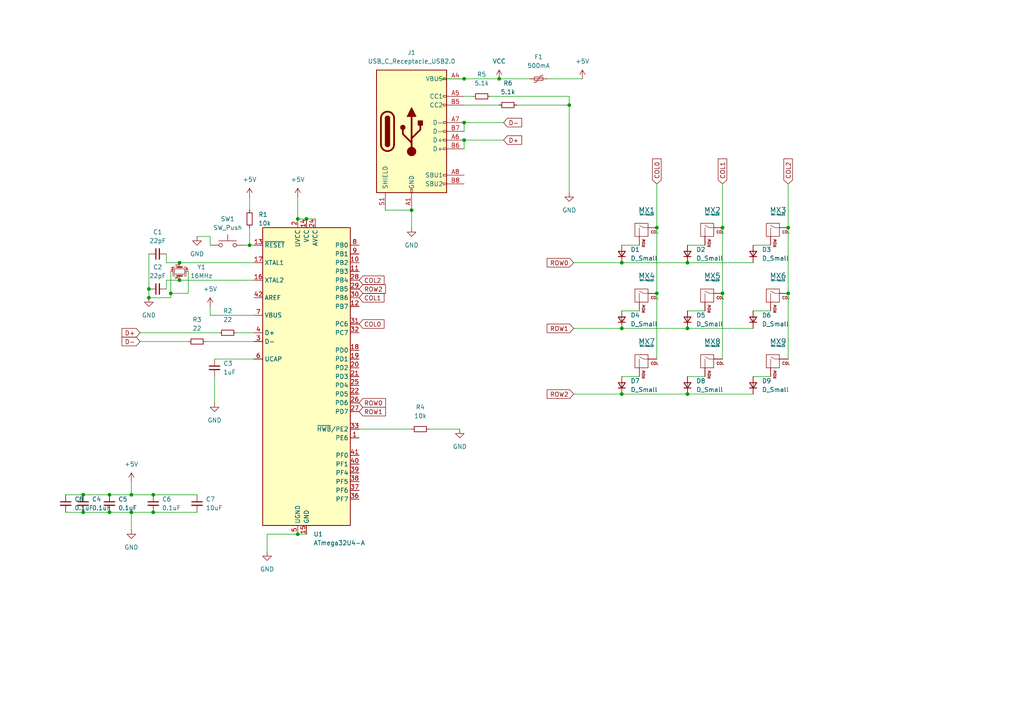
<source format=kicad_sch>
(kicad_sch (version 20211123) (generator eeschema)
  (paper "A4")
  (lib_symbols
    (symbol "Device:C_Small" (pin_numbers hide) (pin_names (offset 0.254) hide)
      (property "Reference" "C" (at 0.254 1.778 0))
      (property "Value" "C_Small" (at 0.254 -2.032 0))
      (symbol "C_Small_0_1"
        (polyline (pts (xy -1.524 -0.508) (xy 1.524 -0.508)) (stroke (width 0.3302)))
        (polyline (pts (xy -1.524 0.508) (xy 1.524 0.508)) (stroke (width 0.3048)))
      )
      (symbol "C_Small_1_1"
        (pin passive line (at 0 2.54 270) (length 2.032) (name "~") (number "1"))
        (pin passive line (at 0 -2.54 90) (length 2.032) (name "~") (number "2"))
      )
    )
    (symbol "Device:Crystal_GND24_Small" (pin_names (offset 1.016) hide)
      (property "Reference" "Y" (at 1.27 4.445 0))
      (property "Value" "Crystal_GND24_Small" (at 1.27 2.54 0))
      (symbol "Crystal_GND24_Small_0_1"
        (rectangle (start -0.762 -1.524) (end 0.762 1.524))
        (polyline (pts (xy -1.27 -0.762) (xy -1.27 0.762)) (stroke (width 0.381)))
        (polyline (pts (xy 1.27 -0.762) (xy 1.27 0.762)) (stroke (width 0.381)))
        (polyline (pts (xy -1.27 -1.27) (xy -1.27 -1.905) (xy 1.27 -1.905) (xy 1.27 -1.27)))
        (polyline (pts (xy -1.27 1.27) (xy -1.27 1.905) (xy 1.27 1.905) (xy 1.27 1.27)))
      )
      (symbol "Crystal_GND24_Small_1_1"
        (pin passive line (at -2.54 0 0) (length 1.27) (name "1") (number "1"))
        (pin passive line (at 0 -2.54 90) (length 0.635) (name "2") (number "2"))
        (pin passive line (at 2.54 0 180) (length 1.27) (name "3") (number "3"))
        (pin passive line (at 0 2.54 270) (length 0.635) (name "4") (number "4"))
      )
    )
    (symbol "Device:D_Small" (pin_numbers hide) (pin_names (offset 0.254) hide)
      (property "Reference" "D" (at -1.27 2.032 0))
      (property "Value" "D_Small" (at -3.81 -2.032 0))
      (symbol "D_Small_0_1"
        (polyline (pts (xy -0.762 -1.016) (xy -0.762 1.016)) (stroke (width 0.254)))
        (polyline (pts (xy -0.762 0) (xy 0.762 0)))
        (polyline (pts (xy 0.762 -1.016) (xy -0.762 0) (xy 0.762 1.016) (xy 0.762 -1.016)) (stroke (width 0.254)))
      )
      (symbol "D_Small_1_1"
        (pin passive line (at -2.54 0 0) (length 1.778) (name "K") (number "1"))
        (pin passive line (at 2.54 0 180) (length 1.778) (name "A") (number "2"))
      )
    )
    (symbol "Device:Polyfuse_Small" (pin_numbers hide) (pin_names (offset 0))
      (property "Reference" "F" (at -1.905 0 90))
      (property "Value" "Polyfuse_Small" (at 1.905 0 90))
      (symbol "Polyfuse_Small_0_1"
        (rectangle (start -0.508 1.27) (end 0.508 -1.27))
        (polyline (pts (xy 0 2.54) (xy 0 -2.54)))
        (polyline (pts (xy -1.016 1.27) (xy -1.016 0.762) (xy 1.016 -0.762) (xy 1.016 -1.27)))
      )
      (symbol "Polyfuse_Small_1_1"
        (pin passive line (at 0 2.54 270) (length 0.635) (name "~") (number "1"))
        (pin passive line (at 0 -2.54 90) (length 0.635) (name "~") (number "2"))
      )
    )
    (symbol "Device:R_Small" (pin_numbers hide) (pin_names (offset 0.254) hide)
      (property "Reference" "R" (at 0.762 0.508 0))
      (property "Value" "R_Small" (at 0.762 -1.016 0))
      (symbol "R_Small_0_1"
        (rectangle (start -0.762 1.778) (end 0.762 -1.778) (stroke (width 0.2032)))
      )
      (symbol "R_Small_1_1"
        (pin passive line (at 0 2.54 270) (length 0.762) (name "~") (number "1"))
        (pin passive line (at 0 -2.54 90) (length 0.762) (name "~") (number "2"))
      )
    )
    (symbol "MCU_Microchip_ATmega:ATmega32U4-A"
      (property "Reference" "U" (at -12.7 44.45 0))
      (property "Value" "ATmega32U4-A" (at 2.54 -44.45 0))
      (symbol "ATmega32U4-A_0_1"
        (rectangle (start -12.7 -43.18) (end 12.7 43.18) (stroke (width 0.254)) (fill (type background)))
      )
      (symbol "ATmega32U4-A_1_1"
        (pin bidirectional line (at 15.24 -17.78 180) (length 2.54) (name "PE6") (number "1"))
        (pin bidirectional line (at 15.24 33.02 180) (length 2.54) (name "PB2") (number "10"))
        (pin bidirectional line (at 15.24 30.48 180) (length 2.54) (name "PB3") (number "11"))
        (pin bidirectional line (at 15.24 20.32 180) (length 2.54) (name "PB7") (number "12"))
        (pin input line (at -15.24 38.1 0) (length 2.54) (name "~{RESET}") (number "13"))
        (pin power_in line (at 0 45.72 270) (length 2.54) (name "VCC") (number "14"))
        (pin power_in line (at 0 -45.72 90) (length 2.54) (name "GND") (number "15"))
        (pin output line (at -15.24 27.94 0) (length 2.54) (name "XTAL2") (number "16"))
        (pin input line (at -15.24 33.02 0) (length 2.54) (name "XTAL1") (number "17"))
        (pin bidirectional line (at 15.24 7.62 180) (length 2.54) (name "PD0") (number "18"))
        (pin bidirectional line (at 15.24 5.08 180) (length 2.54) (name "PD1") (number "19"))
        (pin power_in line (at -2.54 45.72 270) (length 2.54) (name "UVCC") (number "2"))
        (pin bidirectional line (at 15.24 2.54 180) (length 2.54) (name "PD2") (number "20"))
        (pin bidirectional line (at 15.24 0 180) (length 2.54) (name "PD3") (number "21"))
        (pin bidirectional line (at 15.24 -5.08 180) (length 2.54) (name "PD5") (number "22"))
        (pin passive line (at 0 -45.72 90) (length 2.54) hide (name "GND") (number "23"))
        (pin power_in line (at 2.54 45.72 270) (length 2.54) (name "AVCC") (number "24"))
        (pin bidirectional line (at 15.24 -2.54 180) (length 2.54) (name "PD4") (number "25"))
        (pin bidirectional line (at 15.24 -7.62 180) (length 2.54) (name "PD6") (number "26"))
        (pin bidirectional line (at 15.24 -10.16 180) (length 2.54) (name "PD7") (number "27"))
        (pin bidirectional line (at 15.24 27.94 180) (length 2.54) (name "PB4") (number "28"))
        (pin bidirectional line (at 15.24 25.4 180) (length 2.54) (name "PB5") (number "29"))
        (pin bidirectional line (at -15.24 10.16 0) (length 2.54) (name "D-") (number "3"))
        (pin bidirectional line (at 15.24 22.86 180) (length 2.54) (name "PB6") (number "30"))
        (pin bidirectional line (at 15.24 15.24 180) (length 2.54) (name "PC6") (number "31"))
        (pin bidirectional line (at 15.24 12.7 180) (length 2.54) (name "PC7") (number "32"))
        (pin bidirectional line (at 15.24 -15.24 180) (length 2.54) (name "~{HWB}/PE2") (number "33"))
        (pin passive line (at 0 45.72 270) (length 2.54) hide (name "VCC") (number "34"))
        (pin passive line (at 0 -45.72 90) (length 2.54) hide (name "GND") (number "35"))
        (pin bidirectional line (at 15.24 -35.56 180) (length 2.54) (name "PF7") (number "36"))
        (pin bidirectional line (at 15.24 -33.02 180) (length 2.54) (name "PF6") (number "37"))
        (pin bidirectional line (at 15.24 -30.48 180) (length 2.54) (name "PF5") (number "38"))
        (pin bidirectional line (at 15.24 -27.94 180) (length 2.54) (name "PF4") (number "39"))
        (pin bidirectional line (at -15.24 12.7 0) (length 2.54) (name "D+") (number "4"))
        (pin bidirectional line (at 15.24 -25.4 180) (length 2.54) (name "PF1") (number "40"))
        (pin bidirectional line (at 15.24 -22.86 180) (length 2.54) (name "PF0") (number "41"))
        (pin passive line (at -15.24 22.86 0) (length 2.54) (name "AREF") (number "42"))
        (pin passive line (at 0 -45.72 90) (length 2.54) hide (name "GND") (number "43"))
        (pin passive line (at 2.54 45.72 270) (length 2.54) hide (name "AVCC") (number "44"))
        (pin passive line (at -2.54 -45.72 90) (length 2.54) (name "UGND") (number "5"))
        (pin passive line (at -15.24 5.08 0) (length 2.54) (name "UCAP") (number "6"))
        (pin input line (at -15.24 17.78 0) (length 2.54) (name "VBUS") (number "7"))
        (pin bidirectional line (at 15.24 38.1 180) (length 2.54) (name "PB0") (number "8"))
        (pin bidirectional line (at 15.24 35.56 180) (length 2.54) (name "PB1") (number "9"))
      )
    )
    (symbol "MX_Alps_Hybrid:MX-NoLED" (pin_names (offset 1.016))
      (property "Reference" "MX" (at -0.635 3.81 0))
      (property "Value" "MX-NoLED" (at -0.635 1.27 0))
      (symbol "MX-NoLED_0_0"
        (rectangle (start -2.54 2.54) (end 1.27 -1.27))
        (polyline (pts (xy -1.27 -1.27) (xy -1.27 1.27)) (stroke (width 0.127)))
        (polyline (pts (xy 1.27 1.27) (xy 0 1.27) (xy -1.27 1.905)) (stroke (width 0.127)))
        (text "COL" (at 3.175 0 0) (effects (font (size 0.762 0.762))))
        (text "ROW" (at 0 -1.905 900) (effects (font (size 0.762 0.762)) (justify right)))
      )
      (symbol "MX-NoLED_1_1"
        (pin passive line (at 3.81 1.27 180) (length 2.54) (name "COL") (number "1"))
        (pin passive line (at -1.27 -3.81 90) (length 2.54) (name "ROW") (number "2"))
      )
    )
    (symbol "Switch:SW_Push" (pin_numbers hide) (pin_names (offset 1.016) hide)
      (property "Reference" "SW" (at 1.27 2.54 0))
      (property "Value" "SW_Push" (at 0 -1.524 0))
      (symbol "SW_Push_0_1"
        (circle (center -2.032 0) (radius 0.508))
        (polyline (pts (xy 0 1.27) (xy 0 3.048)))
        (polyline (pts (xy 2.54 1.27) (xy -2.54 1.27)))
        (circle (center 2.032 0) (radius 0.508))
        (pin passive line (at -5.08 0 0) (length 2.54) (name "1") (number "1"))
        (pin passive line (at 5.08 0 180) (length 2.54) (name "2") (number "2"))
      )
    )
    (symbol "device:R_Small" (pin_numbers hide) (pin_names (offset 0.254) hide)
      (property "Reference" "R" (at 0.762 0.508 0))
      (property "Value" "R_Small" (at 0.762 -1.016 0))
      (symbol "R_Small_0_1"
        (rectangle (start -0.762 1.778) (end 0.762 -1.778) (stroke (width 0.2032)))
      )
      (symbol "R_Small_1_1"
        (pin passive line (at 0 2.54 270) (length 0.762) (name "~") (number "1"))
        (pin passive line (at 0 -2.54 90) (length 0.762) (name "~") (number "2"))
      )
    )
    (symbol "power:+5V" (power) (pin_names (offset 0))
      (property "Value" "+5V" (at 0 3.556 0))
      (symbol "+5V_0_1"
        (polyline (pts (xy -0.762 1.27) (xy 0 2.54)))
        (polyline (pts (xy 0 0) (xy 0 2.54)))
        (polyline (pts (xy 0 2.54) (xy 0.762 1.27)))
      )
      (symbol "+5V_1_1"
        (pin power_in line (at 0 0 90) (length 0) hide (name "+5V") (number "1"))
      )
    )
    (symbol "power:GND" (power) (pin_names (offset 0))
      (property "Value" "GND" (at 0 -3.81 0))
      (symbol "GND_0_1"
        (polyline (pts (xy 0 0) (xy 0 -1.27) (xy 1.27 -1.27) (xy 0 -2.54) (xy -1.27 -1.27) (xy 0 -1.27)))
      )
      (symbol "GND_1_1"
        (pin power_in line (at 0 0 270) (length 0) hide (name "GND") (number "1"))
      )
    )
    (symbol "power:VCC" (power) (pin_names (offset 0))
      (property "Value" "VCC" (at 0 3.81 0))
      (symbol "VCC_0_1"
        (polyline (pts (xy -0.762 1.27) (xy 0 2.54)))
        (polyline (pts (xy 0 0) (xy 0 2.54)))
        (polyline (pts (xy 0 2.54) (xy 0.762 1.27)))
      )
      (symbol "VCC_1_1"
        (pin power_in line (at 0 0 90) (length 0) hide (name "VCC") (number "1"))
      )
    )
    (symbol "symbols:USB_C_Receptacle_USB2.0" (pin_names (offset 1.016))
      (property "Reference" "J" (at -10.16 19.05 0))
      (property "Value" "USB_C_Receptacle_USB2.0" (at 19.05 19.05 0))
      (symbol "USB_C_Receptacle_USB2.0_0_0"
        (rectangle (start -0.254 -17.78) (end 0.254 -16.764))
        (rectangle (start 10.16 -14.986) (end 9.144 -15.494))
        (rectangle (start 10.16 -12.446) (end 9.144 -12.954))
        (rectangle (start 10.16 -4.826) (end 9.144 -5.334))
        (rectangle (start 10.16 -2.286) (end 9.144 -2.794))
        (rectangle (start 10.16 0.254) (end 9.144 -0.254))
        (rectangle (start 10.16 2.794) (end 9.144 2.286))
        (rectangle (start 10.16 7.874) (end 9.144 7.366))
        (rectangle (start 10.16 10.414) (end 9.144 9.906))
        (rectangle (start 10.16 15.494) (end 9.144 14.986))
      )
      (symbol "USB_C_Receptacle_USB2.0_0_1"
        (rectangle (start -10.16 17.78) (end 10.16 -17.78) (stroke (width 0.254)) (fill (type background)))
        (arc (start -8.89 -3.81) (mid -6.985 -5.715) (end -5.08 -3.81) (stroke (width 0.508)))
        (arc (start -7.62 -3.81) (mid -6.985 -4.445) (end -6.35 -3.81) (stroke (width 0.254)))
        (arc (start -7.62 -3.81) (mid -6.985 -4.445) (end -6.35 -3.81) (stroke (width 0.254)) (fill (type outline)))
        (rectangle (start -7.62 -3.81) (end -6.35 3.81) (stroke (width 0.254)) (fill (type outline)))
        (arc (start -6.35 3.81) (mid -6.985 4.445) (end -7.62 3.81) (stroke (width 0.254)))
        (arc (start -6.35 3.81) (mid -6.985 4.445) (end -7.62 3.81) (stroke (width 0.254)) (fill (type outline)))
        (arc (start -5.08 3.81) (mid -6.985 5.715) (end -8.89 3.81) (stroke (width 0.508)))
        (circle (center -2.54 1.143) (radius 0.635) (stroke (width 0.254)) (fill (type outline)))
        (circle (center 0 -5.842) (radius 1.27) (fill (type outline)))
        (polyline (pts (xy -8.89 -3.81) (xy -8.89 3.81)) (stroke (width 0.508)))
        (polyline (pts (xy -5.08 3.81) (xy -5.08 -3.81)) (stroke (width 0.508)))
        (polyline (pts (xy 0 -5.842) (xy 0 4.318)) (stroke (width 0.508)))
        (polyline (pts (xy 0 -3.302) (xy -2.54 -0.762) (xy -2.54 0.508)) (stroke (width 0.508)))
        (polyline (pts (xy 0 -2.032) (xy 2.54 0.508) (xy 2.54 1.778)) (stroke (width 0.508)))
        (polyline (pts (xy -1.27 4.318) (xy 0 6.858) (xy 1.27 4.318) (xy -1.27 4.318)) (stroke (width 0.254)) (fill (type outline)))
        (rectangle (start 1.905 1.778) (end 3.175 3.048) (stroke (width 0.254)) (fill (type outline)))
      )
      (symbol "USB_C_Receptacle_USB2.0_1_1"
        (pin passive line (at 0 -22.86 90) (length 5.08) (name "GND") (number "A1"))
        (pin passive line (at 0 -22.86 90) (length 5.08) hide (name "GND") (number "A12"))
        (pin passive line (at 15.24 15.24 180) (length 5.08) (name "VBUS") (number "A4"))
        (pin bidirectional line (at 15.24 10.16 180) (length 5.08) (name "CC1") (number "A5"))
        (pin bidirectional line (at 15.24 -2.54 180) (length 5.08) (name "D+") (number "A6"))
        (pin bidirectional line (at 15.24 2.54 180) (length 5.08) (name "D-") (number "A7"))
        (pin bidirectional line (at 15.24 -12.7 180) (length 5.08) (name "SBU1") (number "A8"))
        (pin passive line (at 15.24 15.24 180) (length 5.08) hide (name "VBUS") (number "A9"))
        (pin passive line (at 0 -22.86 90) (length 5.08) hide (name "GND") (number "B1"))
        (pin passive line (at 0 -22.86 90) (length 5.08) hide (name "GND") (number "B12"))
        (pin passive line (at 15.24 15.24 180) (length 5.08) hide (name "VBUS") (number "B4"))
        (pin bidirectional line (at 15.24 7.62 180) (length 5.08) (name "CC2") (number "B5"))
        (pin bidirectional line (at 15.24 -5.08 180) (length 5.08) (name "D+") (number "B6"))
        (pin bidirectional line (at 15.24 0 180) (length 5.08) (name "D-") (number "B7"))
        (pin bidirectional line (at 15.24 -15.24 180) (length 5.08) (name "SBU2") (number "B8"))
        (pin passive line (at 15.24 15.24 180) (length 5.08) hide (name "VBUS") (number "B9"))
        (pin passive line (at -7.62 -22.86 90) (length 5.08) (name "SHIELD") (number "S1"))
      )
    )
  )
  (junction (at 38.1 148.59))
  (junction (at 44.45 148.59))
  (junction (at 24.13 148.59))
  (junction (at 31.75 143.51))
  (junction (at 43.18 86.36))
  (junction (at 228.6 85.09))
  (junction (at 119.38 60.96))
  (junction (at 180.34 114.3))
  (junction (at 31.75 148.59))
  (junction (at 209.55 66.04))
  (junction (at 209.55 85.09))
  (junction (at 134.62 22.86))
  (junction (at 86.36 154.94))
  (junction (at 199.39 114.3))
  (junction (at 86.36 63.5))
  (junction (at 190.5 85.09))
  (junction (at 190.5 66.04))
  (junction (at 199.39 76.2))
  (junction (at 52.07 81.28))
  (junction (at 24.13 143.51))
  (junction (at 199.39 95.25))
  (junction (at 49.53 85.09))
  (junction (at 144.78 22.86))
  (junction (at 180.34 95.25))
  (junction (at 134.62 35.56))
  (junction (at 44.45 143.51))
  (junction (at 228.6 66.04))
  (junction (at 180.34 76.2))
  (junction (at 88.9 63.5))
  (junction (at 52.07 76.2))
  (junction (at 72.39 71.12))
  (junction (at 134.62 40.64))
  (junction (at 38.1 143.51))
  (junction (at 165.1 30.48))
  (junction (at 43.18 83.82))
  (wire (pts (xy 86.36 57.15) (xy 86.36 63.5)))
  (wire (pts (xy 54.61 78.74) (xy 54.61 85.09)))
  (wire (pts (xy 165.1 55.88) (xy 165.1 30.48)))
  (wire (pts (xy 199.39 114.3) (xy 218.44 114.3)))
  (wire (pts (xy 127 22.86) (xy 134.62 22.86)))
  (wire (pts (xy 31.75 143.51) (xy 38.1 143.51)))
  (wire (pts (xy 44.45 148.59) (xy 57.15 148.59)))
  (wire (pts (xy 209.55 53.34) (xy 209.55 66.04)))
  (wire (pts (xy 199.39 95.25) (xy 218.44 95.25)))
  (wire (pts (xy 134.62 40.64) (xy 146.05 40.64)))
  (wire (pts (xy 199.39 76.2) (xy 218.44 76.2)))
  (wire (pts (xy 166.37 114.3) (xy 180.34 114.3)))
  (wire (pts (xy 62.23 109.22) (xy 62.23 116.84)))
  (wire (pts (xy 24.13 143.51) (xy 31.75 143.51)))
  (wire (pts (xy 199.39 71.12) (xy 204.47 71.12)))
  (wire (pts (xy 134.62 30.48) (xy 144.78 30.48)))
  (wire (pts (xy 68.58 96.52) (xy 73.66 96.52)))
  (wire (pts (xy 144.78 22.86) (xy 153.67 22.86)))
  (wire (pts (xy 190.5 66.04) (xy 190.5 85.09)))
  (wire (pts (xy 119.38 60.96) (xy 119.38 66.04)))
  (wire (pts (xy 71.12 71.12) (xy 72.39 71.12)))
  (wire (pts (xy 60.96 88.9) (xy 60.96 91.44)))
  (wire (pts (xy 72.39 57.15) (xy 72.39 60.96)))
  (wire (pts (xy 19.05 143.51) (xy 24.13 143.51)))
  (wire (pts (xy 180.34 109.22) (xy 185.42 109.22)))
  (wire (pts (xy 43.18 86.36) (xy 49.53 86.36)))
  (wire (pts (xy 228.6 53.34) (xy 228.6 66.04)))
  (wire (pts (xy 165.1 30.48) (xy 165.1 27.94)))
  (wire (pts (xy 72.39 71.12) (xy 73.66 71.12)))
  (wire (pts (xy 38.1 148.59) (xy 38.1 153.67)))
  (wire (pts (xy 180.34 114.3) (xy 199.39 114.3)))
  (wire (pts (xy 49.53 85.09) (xy 49.53 86.36)))
  (wire (pts (xy 180.34 76.2) (xy 199.39 76.2)))
  (wire (pts (xy 134.62 40.64) (xy 134.62 43.18)))
  (wire (pts (xy 40.64 96.52) (xy 63.5 96.52)))
  (wire (pts (xy 48.26 76.2) (xy 52.07 76.2)))
  (wire (pts (xy 218.44 90.17) (xy 223.52 90.17)))
  (wire (pts (xy 38.1 139.7) (xy 38.1 143.51)))
  (wire (pts (xy 31.75 148.59) (xy 38.1 148.59)))
  (wire (pts (xy 190.5 85.09) (xy 190.5 104.14)))
  (wire (pts (xy 86.36 154.94) (xy 88.9 154.94)))
  (wire (pts (xy 124.46 124.46) (xy 133.35 124.46)))
  (wire (pts (xy 24.13 148.59) (xy 31.75 148.59)))
  (wire (pts (xy 111.76 60.96) (xy 119.38 60.96)))
  (wire (pts (xy 52.07 76.2) (xy 73.66 76.2)))
  (wire (pts (xy 52.07 81.28) (xy 73.66 81.28)))
  (wire (pts (xy 44.45 143.51) (xy 57.15 143.51)))
  (wire (pts (xy 72.39 66.04) (xy 72.39 71.12)))
  (wire (pts (xy 104.14 124.46) (xy 119.38 124.46)))
  (wire (pts (xy 40.64 99.06) (xy 54.61 99.06)))
  (wire (pts (xy 88.9 63.5) (xy 91.44 63.5)))
  (wire (pts (xy 180.34 90.17) (xy 185.42 90.17)))
  (wire (pts (xy 209.55 85.09) (xy 209.55 104.14)))
  (wire (pts (xy 166.37 95.25) (xy 180.34 95.25)))
  (wire (pts (xy 218.44 109.22) (xy 223.52 109.22)))
  (wire (pts (xy 38.1 143.51) (xy 44.45 143.51)))
  (wire (pts (xy 60.96 91.44) (xy 73.66 91.44)))
  (wire (pts (xy 209.55 66.04) (xy 209.55 85.09)))
  (wire (pts (xy 218.44 71.12) (xy 223.52 71.12)))
  (wire (pts (xy 190.5 53.34) (xy 190.5 66.04)))
  (wire (pts (xy 59.69 99.06) (xy 73.66 99.06)))
  (wire (pts (xy 134.62 27.94) (xy 137.16 27.94)))
  (wire (pts (xy 199.39 90.17) (xy 204.47 90.17)))
  (wire (pts (xy 228.6 66.04) (xy 228.6 85.09)))
  (wire (pts (xy 60.96 71.12) (xy 60.96 68.58)))
  (wire (pts (xy 43.18 73.66) (xy 43.18 83.82)))
  (wire (pts (xy 48.26 83.82) (xy 48.26 81.28)))
  (wire (pts (xy 158.75 22.86) (xy 168.91 22.86)))
  (wire (pts (xy 149.86 30.48) (xy 165.1 30.48)))
  (wire (pts (xy 228.6 85.09) (xy 228.6 104.14)))
  (wire (pts (xy 43.18 83.82) (xy 43.18 86.36)))
  (wire (pts (xy 49.53 78.74) (xy 49.53 85.09)))
  (wire (pts (xy 134.62 35.56) (xy 146.05 35.56)))
  (wire (pts (xy 180.34 71.12) (xy 185.42 71.12)))
  (wire (pts (xy 54.61 85.09) (xy 49.53 85.09)))
  (wire (pts (xy 77.47 154.94) (xy 77.47 160.02)))
  (wire (pts (xy 19.05 148.59) (xy 24.13 148.59)))
  (wire (pts (xy 48.26 81.28) (xy 52.07 81.28)))
  (wire (pts (xy 166.37 76.2) (xy 180.34 76.2)))
  (wire (pts (xy 86.36 154.94) (xy 77.47 154.94)))
  (wire (pts (xy 86.36 63.5) (xy 88.9 63.5)))
  (wire (pts (xy 38.1 148.59) (xy 44.45 148.59)))
  (wire (pts (xy 134.62 35.56) (xy 134.62 38.1)))
  (wire (pts (xy 48.26 73.66) (xy 48.26 76.2)))
  (wire (pts (xy 134.62 22.86) (xy 144.78 22.86)))
  (wire (pts (xy 199.39 109.22) (xy 204.47 109.22)))
  (wire (pts (xy 165.1 27.94) (xy 142.24 27.94)))
  (wire (pts (xy 180.34 95.25) (xy 199.39 95.25)))
  (wire (pts (xy 62.23 104.14) (xy 73.66 104.14)))
  (wire (pts (xy 60.96 68.58) (xy 57.15 68.58)))
  (global_label "ROW1" (shape input) (at 166.37 95.25 180) (property "Intersheet References" "${INTERSHEET_REFS}" (effects hide)))
  (global_label "ROW1" (shape input) (at 104.14 119.38 0) (property "Intersheet References" "${INTERSHEET_REFS}" (effects hide)))
  (global_label "ROW2" (shape input) (at 104.14 83.82 0) (property "Intersheet References" "${INTERSHEET_REFS}" (effects hide)))
  (global_label "D-" (shape input) (at 146.05 35.56 0) (property "Intersheet References" "${INTERSHEET_REFS}" (effects hide)))
  (global_label "ROW0" (shape input) (at 104.14 116.84 0) (property "Intersheet References" "${INTERSHEET_REFS}" (effects hide)))
  (global_label "COL2" (shape input) (at 228.6 53.34 90) (property "Intersheet References" "${INTERSHEET_REFS}" (effects hide)))
  (global_label "ROW0" (shape input) (at 166.37 76.2 180) (property "Intersheet References" "${INTERSHEET_REFS}" (effects hide)))
  (global_label "COL0" (shape input) (at 190.5 53.34 90) (property "Intersheet References" "${INTERSHEET_REFS}" (effects hide)))
  (global_label "D-" (shape input) (at 40.64 99.06 180) (property "Intersheet References" "${INTERSHEET_REFS}" (effects hide)))
  (global_label "COL1" (shape input) (at 209.55 53.34 90) (property "Intersheet References" "${INTERSHEET_REFS}" (effects hide)))
  (global_label "COL2" (shape input) (at 104.14 81.28 0) (property "Intersheet References" "${INTERSHEET_REFS}" (effects hide)))
  (global_label "COL1" (shape input) (at 104.14 86.36 0) (property "Intersheet References" "${INTERSHEET_REFS}" (effects hide)))
  (global_label "ROW2" (shape input) (at 166.37 114.3 180) (property "Intersheet References" "${INTERSHEET_REFS}" (effects hide)))
  (global_label "D+" (shape input) (at 146.05 40.64 0) (property "Intersheet References" "${INTERSHEET_REFS}" (effects hide)))
  (global_label "COL0" (shape input) (at 104.14 93.98 0) (property "Intersheet References" "${INTERSHEET_REFS}" (effects hide)))
  (global_label "D+" (shape input) (at 40.64 96.52 180) (property "Intersheet References" "${INTERSHEET_REFS}" (effects hide)))
  (symbol (lib_id "Device:C_Small") (at 19.05 146.05 0) (unit 1)
    (property "Reference" "C8" (at 21.59 144.7862 0) (effects (justify left)))
    (property "Value" "0.1uF" (at 21.59 147.3262 0) (effects (justify left)))
    (property "Footprint" "Capacitor_SMD:C_0805_2012Metric" (effects hide))
  )
  (symbol (lib_id "power:GND") (at 62.23 116.84 0) (unit 1)
    (property "Reference" "#PWR0104" (effects hide))
    (property "Value" "GND" (at 62.23 121.92 0))
  )
  (symbol (lib_id "Device:D_Small") (at 180.34 73.66 90) (unit 1)
    (property "Reference" "D1" (at 182.88 72.3899 90) (effects (justify right)))
    (property "Value" "D_Small" (at 182.88 74.9299 90) (effects (justify right)))
    (property "Footprint" "Diode_SMD:D_SOD-123" (effects hide))
  )
  (symbol (lib_id "Device:D_Small") (at 199.39 111.76 90) (unit 1)
    (property "Reference" "D8" (at 201.93 110.4899 90) (effects (justify right)))
    (property "Value" "D_Small" (at 201.93 113.0299 90) (effects (justify right)))
    (property "Footprint" "Diode_SMD:D_SOD-123" (effects hide))
  )
  (symbol (lib_id "Device:D_Small") (at 199.39 73.66 90) (unit 1)
    (property "Reference" "D2" (at 201.93 72.3899 90) (effects (justify right)))
    (property "Value" "D_Small" (at 201.93 74.9299 90) (effects (justify right)))
    (property "Footprint" "Diode_SMD:D_SOD-123" (effects hide))
  )
  (symbol (lib_id "power:+5V") (at 72.39 57.15 0) (unit 1)
    (property "Reference" "#PWR0112" (effects hide))
    (property "Value" "+5V" (at 72.39 52.07 0))
  )
  (symbol (lib_id "Device:D_Small") (at 218.44 73.66 90) (unit 1)
    (property "Reference" "D3" (at 220.98 72.3899 90) (effects (justify right)))
    (property "Value" "D_Small" (at 220.98 74.9299 90) (effects (justify right)))
    (property "Footprint" "Diode_SMD:D_SOD-123" (effects hide))
  )
  (symbol (lib_id "MX_Alps_Hybrid:MX-NoLED") (at 205.74 105.41 0) (unit 1)
    (property "Reference" "MX8" (at 206.6256 99.06 0) (effects (font (size 1.524 1.524))))
    (property "Value" "MX-NoLED" (at 206.6256 100.33 0) (effects (font (size 0.508 0.508))))
    (property "Footprint" "MX_Alps_Hybrid:MX-1U-NoLED" (effects hide))
  )
  (symbol (lib_id "power:GND") (at 57.15 68.58 0) (unit 1)
    (property "Reference" "#PWR0108" (effects hide))
    (property "Value" "GND" (at 57.15 73.66 0))
  )
  (symbol (lib_id "Device:C_Small") (at 62.23 106.68 0) (unit 1)
    (property "Reference" "C3" (at 64.77 105.4162 0) (effects (justify left)))
    (property "Value" "1uF" (at 64.77 107.9562 0) (effects (justify left)))
    (property "Footprint" "Capacitor_SMD:C_0805_2012Metric" (effects hide))
  )
  (symbol (lib_id "power:GND") (at 119.38 66.04 0) (unit 1)
    (property "Reference" "#PWR0114" (effects hide))
    (property "Value" "GND" (at 119.38 71.12 0))
  )
  (symbol (lib_id "power:+5V") (at 38.1 139.7 0) (unit 1)
    (property "Reference" "#PWR0103" (effects hide))
    (property "Value" "+5V" (at 38.1 134.62 0))
  )
  (symbol (lib_id "Device:C_Small") (at 24.13 146.05 0) (unit 1)
    (property "Reference" "C4" (at 26.67 144.7862 0) (effects (justify left)))
    (property "Value" "0.1uF" (at 26.67 147.3262 0) (effects (justify left)))
    (property "Footprint" "Capacitor_SMD:C_0805_2012Metric" (effects hide))
  )
  (symbol (lib_id "power:GND") (at 165.1 55.88 0) (unit 1)
    (property "Reference" "#PWR0113" (effects hide))
    (property "Value" "GND" (at 165.1 60.96 0))
  )
  (symbol (lib_id "Device:R_Small") (at 57.15 99.06 90) (unit 1)
    (property "Reference" "R3" (at 57.15 92.71 90))
    (property "Value" "22" (at 57.15 95.25 90))
    (property "Footprint" "Resistor_SMD:R_0805_2012Metric" (effects hide))
  )
  (symbol (lib_id "Device:R_Small") (at 66.04 96.52 90) (unit 1)
    (property "Reference" "R2" (at 66.04 90.17 90))
    (property "Value" "22" (at 66.04 92.71 90))
    (property "Footprint" "Resistor_SMD:R_0805_2012Metric" (effects hide))
  )
  (symbol (lib_id "power:+5V") (at 168.91 22.86 0) (unit 1)
    (property "Reference" "#PWR0110" (effects hide))
    (property "Value" "+5V" (at 168.91 17.78 0))
  )
  (symbol (lib_id "Device:D_Small") (at 180.34 111.76 90) (unit 1)
    (property "Reference" "D7" (at 182.88 110.4899 90) (effects (justify right)))
    (property "Value" "D_Small" (at 182.88 113.0299 90) (effects (justify right)))
    (property "Footprint" "Diode_SMD:D_SOD-123" (effects hide))
  )
  (symbol (lib_id "power:GND") (at 43.18 86.36 0) (unit 1)
    (property "Reference" "#PWR0107" (effects hide))
    (property "Value" "GND" (at 43.18 91.44 0))
  )
  (symbol (lib_id "power:GND") (at 38.1 153.67 0) (unit 1)
    (property "Reference" "#PWR0102" (effects hide))
    (property "Value" "GND" (at 38.1 158.75 0))
  )
  (symbol (lib_id "device:R_Small") (at 139.7 27.94 90) (unit 1)
    (property "Reference" "R5" (at 139.7 21.59 90))
    (property "Value" "5.1k" (at 139.7 24.13 90))
    (property "Footprint" "resistor:R_0805_2012Metric" (effects hide))
  )
  (symbol (lib_id "device:R_Small") (at 147.32 30.48 90) (unit 1)
    (property "Reference" "R6" (at 147.32 24.13 90))
    (property "Value" "5.1k" (at 147.32 26.67 90))
    (property "Footprint" "resistor:R_0805_2012Metric" (effects hide))
  )
  (symbol (lib_id "Device:D_Small") (at 218.44 92.71 90) (unit 1)
    (property "Reference" "D6" (at 220.98 91.4399 90) (effects (justify right)))
    (property "Value" "D_Small" (at 220.98 93.9799 90) (effects (justify right)))
    (property "Footprint" "Diode_SMD:D_SOD-123" (effects hide))
  )
  (symbol (lib_id "Device:D_Small") (at 218.44 111.76 90) (unit 1)
    (property "Reference" "D9" (at 220.98 110.4899 90) (effects (justify right)))
    (property "Value" "D_Small" (at 220.98 113.0299 90) (effects (justify right)))
    (property "Footprint" "Diode_SMD:D_SOD-123" (effects hide))
  )
  (symbol (lib_id "MX_Alps_Hybrid:MX-NoLED") (at 186.69 86.36 0) (unit 1)
    (property "Reference" "MX4" (at 187.5756 80.01 0) (effects (font (size 1.524 1.524))))
    (property "Value" "MX-NoLED" (at 187.5756 81.28 0) (effects (font (size 0.508 0.508))))
    (property "Footprint" "MX_Alps_Hybrid:MX-1U-NoLED" (effects hide))
  )
  (symbol (lib_id "power:GND") (at 77.47 160.02 0) (unit 1)
    (property "Reference" "#PWR0101" (effects hide))
    (property "Value" "GND" (at 77.47 165.1 0))
  )
  (symbol (lib_id "Device:D_Small") (at 199.39 92.71 90) (unit 1)
    (property "Reference" "D5" (at 201.93 91.4399 90) (effects (justify right)))
    (property "Value" "D_Small" (at 201.93 93.9799 90) (effects (justify right)))
    (property "Footprint" "Diode_SMD:D_SOD-123" (effects hide))
  )
  (symbol (lib_id "Device:C_Small") (at 31.75 146.05 0) (unit 1)
    (property "Reference" "C5" (at 34.29 144.7862 0) (effects (justify left)))
    (property "Value" "0.1uF" (at 34.29 147.3262 0) (effects (justify left)))
    (property "Footprint" "Capacitor_SMD:C_0805_2012Metric" (effects hide))
  )
  (symbol (lib_id "power:VCC") (at 144.78 22.86 0) (unit 1)
    (property "Reference" "#PWR0111" (effects hide))
    (property "Value" "VCC" (at 144.78 17.78 0))
  )
  (symbol (lib_id "Device:R_Small") (at 121.92 124.46 270) (unit 1)
    (property "Reference" "R4" (at 121.92 118.11 90))
    (property "Value" "10k" (at 121.92 120.65 90))
    (property "Footprint" "Resistor_SMD:R_0805_2012Metric" (effects hide))
  )
  (symbol (lib_id "Device:Crystal_GND24_Small") (at 52.07 78.74 270) (unit 1)
    (property "Reference" "Y1" (at 58.42 77.47 90))
    (property "Value" "16MHz" (at 58.42 80.01 90))
    (property "Footprint" "Crystal:Crystal_SMD_3225-4Pin_3.2x2.5mm" (effects hide))
  )
  (symbol (lib_id "Device:C_Small") (at 45.72 83.82 90) (unit 1)
    (property "Reference" "C2" (at 45.7263 77.47 90))
    (property "Value" "22pF" (at 45.7263 80.01 90))
    (property "Footprint" "Capacitor_SMD:C_0805_2012Metric" (effects hide))
  )
  (symbol (lib_id "Device:C_Small") (at 44.45 146.05 0) (unit 1)
    (property "Reference" "C6" (at 46.99 144.7862 0) (effects (justify left)))
    (property "Value" "0.1uF" (at 46.99 147.3262 0) (effects (justify left)))
    (property "Footprint" "Capacitor_SMD:C_0805_2012Metric" (effects hide))
  )
  (symbol (lib_id "MX_Alps_Hybrid:MX-NoLED") (at 205.74 86.36 0) (unit 1)
    (property "Reference" "MX5" (at 206.6256 80.01 0) (effects (font (size 1.524 1.524))))
    (property "Value" "MX-NoLED" (at 206.6256 81.28 0) (effects (font (size 0.508 0.508))))
    (property "Footprint" "MX_Alps_Hybrid:MX-1U-NoLED" (effects hide))
  )
  (symbol (lib_id "Device:C_Small") (at 45.72 73.66 90) (unit 1)
    (property "Reference" "C1" (at 45.7263 67.31 90))
    (property "Value" "22pF" (at 45.7263 69.85 90))
    (property "Footprint" "Capacitor_SMD:C_0805_2012Metric" (effects hide))
  )
  (symbol (lib_id "symbols:USB_C_Receptacle_USB2.0") (at 119.38 38.1 0) (unit 1)
    (property "Reference" "J1" (at 119.38 15.24 0))
    (property "Value" "USB_C_Receptacle_USB2.0" (at 119.38 17.78 0))
    (property "Footprint" "usbc:USB_C_GCT_USB4085" (effects hide))
    (property "Datasheet" "https://www.usb.org/sites/default/files/documents/usb_type-c.zip" (effects hide))
  )
  (symbol (lib_id "power:GND") (at 133.35 124.46 0) (unit 1)
    (property "Reference" "#PWR0105" (effects hide))
    (property "Value" "GND" (at 133.35 129.54 0))
  )
  (symbol (lib_id "MX_Alps_Hybrid:MX-NoLED") (at 186.69 67.31 0) (unit 1)
    (property "Reference" "MX1" (at 187.5756 60.96 0) (effects (font (size 1.524 1.524))))
    (property "Value" "MX-NoLED" (at 187.5756 62.23 0) (effects (font (size 0.508 0.508))))
    (property "Footprint" "MX_Alps_Hybrid:MX-1U-NoLED" (effects hide))
  )
  (symbol (lib_id "Device:C_Small") (at 57.15 146.05 0) (unit 1)
    (property "Reference" "C7" (at 59.69 144.7862 0) (effects (justify left)))
    (property "Value" "10uF" (at 59.69 147.3262 0) (effects (justify left)))
    (property "Footprint" "Capacitor_SMD:C_0805_2012Metric" (effects hide))
  )
  (symbol (lib_id "MX_Alps_Hybrid:MX-NoLED") (at 186.69 105.41 0) (unit 1)
    (property "Reference" "MX7" (at 187.5756 99.06 0) (effects (font (size 1.524 1.524))))
    (property "Value" "MX-NoLED" (at 187.5756 100.33 0) (effects (font (size 0.508 0.508))))
    (property "Footprint" "MX_Alps_Hybrid:MX-1U-NoLED" (effects hide))
  )
  (symbol (lib_id "Device:R_Small") (at 72.39 63.5 0) (unit 1)
    (property "Reference" "R1" (at 74.93 62.2299 0) (effects (justify left)))
    (property "Value" "10k" (at 74.93 64.7699 0) (effects (justify left)))
    (property "Footprint" "Resistor_SMD:R_0805_2012Metric" (effects hide))
  )
  (symbol (lib_id "MX_Alps_Hybrid:MX-NoLED") (at 224.79 67.31 0) (unit 1)
    (property "Reference" "MX3" (at 225.6756 60.96 0) (effects (font (size 1.524 1.524))))
    (property "Value" "MX-NoLED" (at 225.6756 62.23 0) (effects (font (size 0.508 0.508))))
    (property "Footprint" "MX_Alps_Hybrid:MX-1U-NoLED" (effects hide))
  )
  (symbol (lib_id "Switch:SW_Push") (at 66.04 71.12 0) (unit 1)
    (property "Reference" "SW1" (at 66.04 63.5 0))
    (property "Value" "SW_Push" (at 66.04 66.04 0))
    (property "Footprint" "random-keyboard-parts:SKQG-1155865" (effects hide))
  )
  (symbol (lib_id "power:+5V") (at 86.36 57.15 0) (unit 1)
    (property "Reference" "#PWR0109" (effects hide))
    (property "Value" "+5V" (at 86.36 52.07 0))
  )
  (symbol (lib_id "MX_Alps_Hybrid:MX-NoLED") (at 224.79 86.36 0) (unit 1)
    (property "Reference" "MX6" (at 225.6756 80.01 0) (effects (font (size 1.524 1.524))))
    (property "Value" "MX-NoLED" (at 225.6756 81.28 0) (effects (font (size 0.508 0.508))))
    (property "Footprint" "MX_Alps_Hybrid:MX-1U-NoLED" (effects hide))
  )
  (symbol (lib_id "Device:Polyfuse_Small") (at 156.21 22.86 90) (unit 1)
    (property "Reference" "F1" (at 156.21 16.51 90))
    (property "Value" "500mA" (at 156.21 19.05 90))
    (property "Footprint" "Fuse:Fuse_1206_3216Metric" (effects hide))
  )
  (symbol (lib_id "MX_Alps_Hybrid:MX-NoLED") (at 224.79 105.41 0) (unit 1)
    (property "Reference" "MX9" (at 225.6756 99.06 0) (effects (font (size 1.524 1.524))))
    (property "Value" "MX-NoLED" (at 225.6756 100.33 0) (effects (font (size 0.508 0.508))))
    (property "Footprint" "MX_Alps_Hybrid:MX-1U-NoLED" (effects hide))
  )
  (symbol (lib_id "MCU_Microchip_ATmega:ATmega32U4-A") (at 88.9 109.22 0) (unit 1)
    (property "Reference" "U1" (at 90.9194 154.94 0) (effects (justify left)))
    (property "Value" "ATmega32U4-A" (at 90.9194 157.48 0) (effects (justify left)))
    (property "Footprint" "Package_QFP:TQFP-44_10x10mm_P0.8mm" (effects hide))
    (property "Datasheet" "http://ww1.microchip.com/downloads/en/DeviceDoc/Atmel-7766-8-bit-AVR-ATmega16U4-32U4_Datasheet.pdf" (effects hide))
  )
  (symbol (lib_id "power:+5V") (at 60.96 88.9 0) (unit 1)
    (property "Reference" "#PWR0106" (effects hide))
    (property "Value" "+5V" (at 60.96 83.82 0))
  )
  (symbol (lib_id "MX_Alps_Hybrid:MX-NoLED") (at 205.74 67.31 0) (unit 1)
    (property "Reference" "MX2" (at 206.6256 60.96 0) (effects (font (size 1.524 1.524))))
    (property "Value" "MX-NoLED" (at 206.6256 62.23 0) (effects (font (size 0.508 0.508))))
    (property "Footprint" "MX_Alps_Hybrid:MX-1U-NoLED" (effects hide))
  )
  (symbol (lib_id "Device:D_Small") (at 180.34 92.71 90) (unit 1)
    (property "Reference" "D4" (at 182.88 91.4399 90) (effects (justify right)))
    (property "Value" "D_Small" (at 182.88 93.9799 90) (effects (justify right)))
    (property "Footprint" "Diode_SMD:D_SOD-123" (effects hide))
  )
)
</source>
